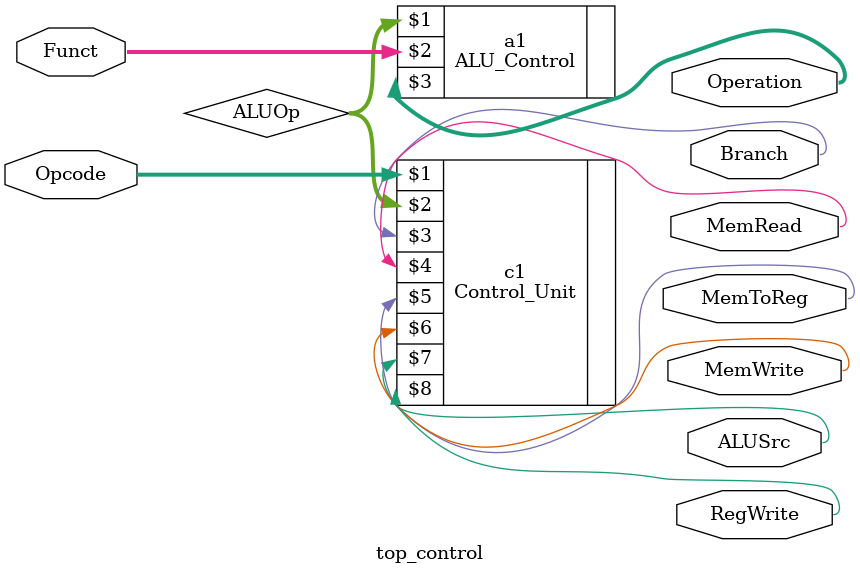
<source format=v>
`timescale 1ns / 1ps

module top_control(
    input [6:0] Opcode,
    input [3:0] Funct,
    output Branch,
    output MemRead,
    output MemToReg,
    output MemWrite,
    output ALUSrc,
    output RegWrite,
    output [3:0] Operation
    );
    
    wire [1:0] ALUOp;
    Control_Unit c1(Opcode,ALUOp,Branch,MemRead,MemToReg,MemWrite,ALUSrc,RegWrite);
    ALU_Control a1(ALUOp, Funct, Operation);
    
endmodule

</source>
